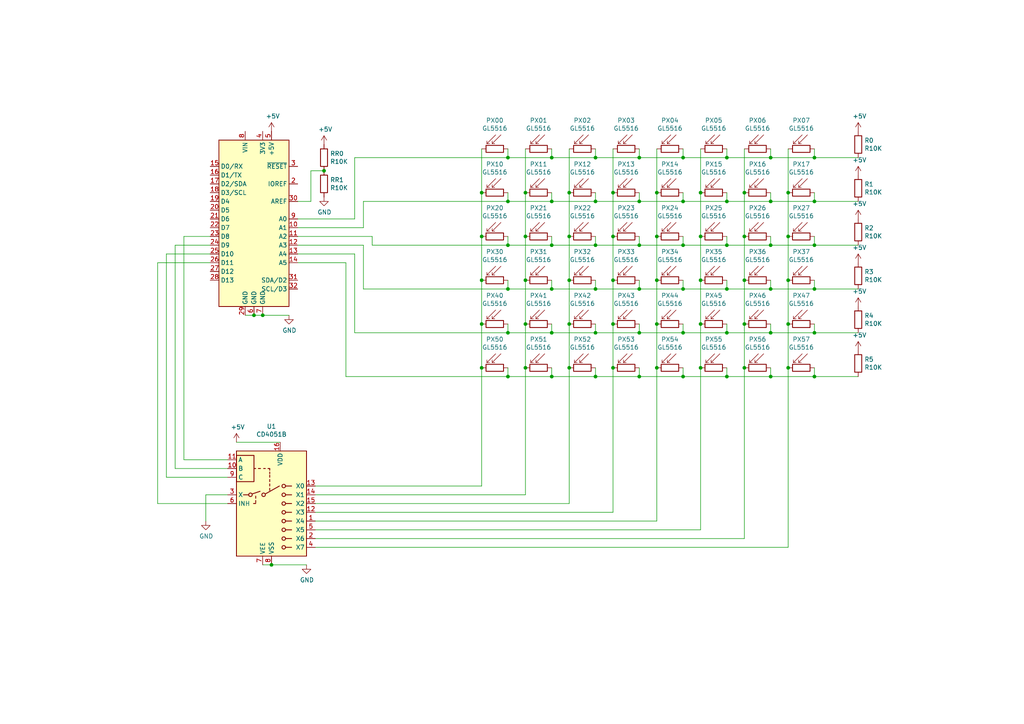
<source format=kicad_sch>
(kicad_sch (version 20211123) (generator eeschema)
  (paper "A4")
  (title_block (title "ὀπτικός 8x6 arduino shield") (date "2022-01-02") (rev "1") (company "Piotr Majkrzak"))
  (lib_symbols
    (symbol "Analog_Switch:CD4051B"
      (property "Reference" "U" (at -10.16 16.51 0))
      (property "Value" "CD4051B" (at 3.81 16.51 0))
      (symbol "CD4051B_0_1"
        (rectangle (start -10.16 6.35) (end -5.08 13.97) (stroke (width 0.254)))
        (rectangle (start -10.16 15.24) (end 10.16 -15.24) (stroke (width 0.254)) (fill (type background)))
        (circle (center -6.096 2.54) (radius 0.508) (stroke (width 0.254)))
        (circle (center -2.286 2.54) (radius 0.508) (stroke (width 0.254)))
        (polyline (pts (xy -8.128 2.54) (xy -6.604 2.54)) (stroke (width 0.254)))
        (polyline (pts (xy -5.588 2.794) (xy -3.302 3.556)) (stroke (width 0.254)))
        (polyline (pts (xy -4.572 0) (xy -5.207 0)) (stroke (width 0.254)))
        (polyline (pts (xy -4.572 0.254) (xy -4.572 0.889)) (stroke (width 0.254)))
        (polyline (pts (xy -4.572 1.524) (xy -4.572 2.159)) (stroke (width 0.254)))
        (polyline (pts (xy -4.572 10.16) (xy -5.08 10.16)) (stroke (width 0.254)))
        (polyline (pts (xy -3.81 10.16) (xy -3.175 10.16)) (stroke (width 0.254)))
        (polyline (pts (xy -1.778 2.794) (xy 2.286 5.08)) (stroke (width 0.254)))
        (polyline (pts (xy -1.778 10.16) (xy -2.286 10.16)) (stroke (width 0.254)))
        (polyline (pts (xy -0.508 3.81) (xy -0.508 4.445)) (stroke (width 0.254)))
        (polyline (pts (xy -0.508 5.08) (xy -0.508 5.715)) (stroke (width 0.254)))
        (polyline (pts (xy -0.508 6.35) (xy -0.508 6.985)) (stroke (width 0.254)))
        (polyline (pts (xy -0.508 7.62) (xy -0.508 8.255)) (stroke (width 0.254)))
        (polyline (pts (xy -0.508 8.636) (xy -0.508 9.144)) (stroke (width 0.254)))
        (polyline (pts (xy -0.508 9.652) (xy -0.508 10.16)) (stroke (width 0.254)))
        (polyline (pts (xy -0.508 10.16) (xy -1.016 10.16)) (stroke (width 0.254)))
        (polyline (pts (xy 4.064 -12.7) (xy 5.842 -12.7)) (stroke (width 0.254)))
        (polyline (pts (xy 4.064 -10.16) (xy 5.842 -10.16)) (stroke (width 0.254)))
        (polyline (pts (xy 4.064 -7.62) (xy 5.842 -7.62)) (stroke (width 0.254)))
        (polyline (pts (xy 4.064 -5.08) (xy 5.842 -5.08)) (stroke (width 0.254)))
        (polyline (pts (xy 4.064 -2.54) (xy 5.842 -2.54)) (stroke (width 0.254)))
        (polyline (pts (xy 4.064 0) (xy 5.842 0)) (stroke (width 0.254)))
        (polyline (pts (xy 4.064 2.54) (xy 5.842 2.54)) (stroke (width 0.254)))
        (polyline (pts (xy 4.064 5.08) (xy 5.842 5.08)) (stroke (width 0.254)))
        (circle (center 3.556 -12.7) (radius 0.508) (stroke (width 0.254)))
        (circle (center 3.556 -10.16) (radius 0.508) (stroke (width 0.254)))
        (circle (center 3.556 -7.62) (radius 0.508) (stroke (width 0.254)))
        (circle (center 3.556 -5.08) (radius 0.508) (stroke (width 0.254)))
        (circle (center 3.556 -2.54) (radius 0.508) (stroke (width 0.254)))
        (circle (center 3.556 0) (radius 0.508) (stroke (width 0.254)))
        (circle (center 3.556 2.54) (radius 0.508) (stroke (width 0.254)))
        (circle (center 3.556 5.08) (radius 0.508) (stroke (width 0.254)))
      )
      (symbol "CD4051B_1_1"
        (pin bidirectional line (at 12.7 -5.08 180) (length 2.54) (name "X4") (number "1"))
        (pin input line (at -12.7 10.16 0) (length 2.54) (name "B") (number "10"))
        (pin input line (at -12.7 12.7 0) (length 2.54) (name "A") (number "11"))
        (pin bidirectional line (at 12.7 -2.54 180) (length 2.54) (name "X3") (number "12"))
        (pin bidirectional line (at 12.7 5.08 180) (length 2.54) (name "X0") (number "13"))
        (pin bidirectional line (at 12.7 2.54 180) (length 2.54) (name "X1") (number "14"))
        (pin bidirectional line (at 12.7 0 180) (length 2.54) (name "X2") (number "15"))
        (pin power_in line (at 2.54 17.78 270) (length 2.54) (name "VDD") (number "16"))
        (pin bidirectional line (at 12.7 -10.16 180) (length 2.54) (name "X6") (number "2"))
        (pin bidirectional line (at -12.7 2.54 0) (length 2.54) (name "X") (number "3"))
        (pin bidirectional line (at 12.7 -12.7 180) (length 2.54) (name "X7") (number "4"))
        (pin bidirectional line (at 12.7 -7.62 180) (length 2.54) (name "X5") (number "5"))
        (pin input line (at -12.7 0 0) (length 2.54) (name "INH") (number "6"))
        (pin power_in line (at -2.54 -17.78 90) (length 2.54) (name "VEE") (number "7"))
        (pin power_in line (at 0 -17.78 90) (length 2.54) (name "VSS") (number "8"))
        (pin input line (at -12.7 7.62 0) (length 2.54) (name "C") (number "9"))
      )
    )
    (symbol "Device:R" (pin_numbers hide) (pin_names (offset 0))
      (property "Reference" "R" (at 2.032 0 90))
      (property "Value" "R" (at 0 0 90))
      (symbol "R_0_1"
        (rectangle (start -1.016 -2.54) (end 1.016 2.54) (stroke (width 0.254)))
      )
      (symbol "R_1_1"
        (pin passive line (at 0 3.81 270) (length 1.27) (name "~") (number "1"))
        (pin passive line (at 0 -3.81 90) (length 1.27) (name "~") (number "2"))
      )
    )
    (symbol "Device:R_PHOTO" (pin_numbers hide) (pin_names (offset 0))
      (property "Reference" "R" (at 1.27 1.27 0))
      (property "Value" "Device_R_PHOTO" (at 1.27 0 0))
      (symbol "R_PHOTO_0_1"
        (rectangle (start -1.016 2.54) (end 1.016 -2.54) (stroke (width 0.254)))
        (polyline (pts (xy -1.524 -2.286) (xy -4.064 0.254)))
        (polyline (pts (xy -1.524 -2.286) (xy -2.286 -2.286)))
        (polyline (pts (xy -1.524 -2.286) (xy -1.524 -1.524)))
        (polyline (pts (xy -1.524 -0.762) (xy -4.064 1.778)))
        (polyline (pts (xy -1.524 -0.762) (xy -2.286 -0.762)))
        (polyline (pts (xy -1.524 -0.762) (xy -1.524 0)))
      )
      (symbol "R_PHOTO_1_1"
        (pin passive line (at 0 3.81 270) (length 1.27) (name "~") (number "1"))
        (pin passive line (at 0 -3.81 90) (length 1.27) (name "~") (number "2"))
      )
    )
    (symbol "MCU_Module:Arduino_Leonardo"
      (property "Reference" "A" (at -10.16 23.495 0))
      (property "Value" "Arduino_Leonardo" (at 5.08 -26.67 0))
      (symbol "Arduino_Leonardo_0_1"
        (rectangle (start -10.16 22.86) (end 10.16 -25.4) (stroke (width 0.254)) (fill (type background)))
      )
      (symbol "Arduino_Leonardo_1_1"
        (pin no_connect line (at -10.16 -20.32 0) (length 2.54) hide (name "NC") (number "1"))
        (pin bidirectional line (at 12.7 -2.54 180) (length 2.54) (name "A1") (number "10"))
        (pin bidirectional line (at 12.7 -5.08 180) (length 2.54) (name "A2") (number "11"))
        (pin bidirectional line (at 12.7 -7.62 180) (length 2.54) (name "A3") (number "12"))
        (pin bidirectional line (at 12.7 -10.16 180) (length 2.54) (name "A4") (number "13"))
        (pin bidirectional line (at 12.7 -12.7 180) (length 2.54) (name "A5") (number "14"))
        (pin bidirectional line (at -12.7 15.24 0) (length 2.54) (name "D0/RX") (number "15"))
        (pin bidirectional line (at -12.7 12.7 0) (length 2.54) (name "D1/TX") (number "16"))
        (pin bidirectional line (at -12.7 10.16 0) (length 2.54) (name "D2/SDA") (number "17"))
        (pin bidirectional line (at -12.7 7.62 0) (length 2.54) (name "D3/SCL") (number "18"))
        (pin bidirectional line (at -12.7 5.08 0) (length 2.54) (name "D4") (number "19"))
        (pin output line (at 12.7 10.16 180) (length 2.54) (name "IOREF") (number "2"))
        (pin bidirectional line (at -12.7 2.54 0) (length 2.54) (name "D5") (number "20"))
        (pin bidirectional line (at -12.7 0 0) (length 2.54) (name "D6") (number "21"))
        (pin bidirectional line (at -12.7 -2.54 0) (length 2.54) (name "D7") (number "22"))
        (pin bidirectional line (at -12.7 -5.08 0) (length 2.54) (name "D8") (number "23"))
        (pin bidirectional line (at -12.7 -7.62 0) (length 2.54) (name "D9") (number "24"))
        (pin bidirectional line (at -12.7 -10.16 0) (length 2.54) (name "D10") (number "25"))
        (pin bidirectional line (at -12.7 -12.7 0) (length 2.54) (name "D11") (number "26"))
        (pin bidirectional line (at -12.7 -15.24 0) (length 2.54) (name "D12") (number "27"))
        (pin bidirectional line (at -12.7 -17.78 0) (length 2.54) (name "D13") (number "28"))
        (pin power_in line (at -2.54 -27.94 90) (length 2.54) (name "GND") (number "29"))
        (pin input line (at 12.7 15.24 180) (length 2.54) (name "~{RESET}") (number "3"))
        (pin input line (at 12.7 5.08 180) (length 2.54) (name "AREF") (number "30"))
        (pin bidirectional line (at 12.7 -17.78 180) (length 2.54) (name "SDA/D2") (number "31"))
        (pin bidirectional line (at 12.7 -20.32 180) (length 2.54) (name "SCL/D3") (number "32"))
        (pin power_out line (at 2.54 25.4 270) (length 2.54) (name "3V3") (number "4"))
        (pin power_out line (at 5.08 25.4 270) (length 2.54) (name "+5V") (number "5"))
        (pin power_in line (at 0 -27.94 90) (length 2.54) (name "GND") (number "6"))
        (pin power_in line (at 2.54 -27.94 90) (length 2.54) (name "GND") (number "7"))
        (pin power_in line (at -2.54 25.4 270) (length 2.54) (name "VIN") (number "8"))
        (pin bidirectional line (at 12.7 0 180) (length 2.54) (name "A0") (number "9"))
      )
    )
    (symbol "power:+5V" (power) (pin_names (offset 0))
      (property "Value" "+5V" (at 0 3.556 0))
      (symbol "+5V_0_1"
        (polyline (pts (xy -0.762 1.27) (xy 0 2.54)))
        (polyline (pts (xy 0 0) (xy 0 2.54)))
        (polyline (pts (xy 0 2.54) (xy 0.762 1.27)))
      )
      (symbol "+5V_1_1"
        (pin power_in line (at 0 0 90) (length 0) hide (name "+5V") (number "1"))
      )
    )
    (symbol "power:GND" (power) (pin_names (offset 0))
      (property "Value" "GND" (at 0 -3.81 0))
      (symbol "GND_0_1"
        (polyline (pts (xy 0 0) (xy 0 -1.27) (xy 1.27 -1.27) (xy 0 -2.54) (xy -1.27 -1.27) (xy 0 -1.27)))
      )
      (symbol "GND_1_1"
        (pin power_in line (at 0 0 270) (length 0) hide (name "GND") (number "1"))
      )
    )
  )
  (junction (at 215.9 106.68))
  (junction (at 177.8 93.98))
  (junction (at 185.42 109.22))
  (junction (at 228.6 106.68))
  (junction (at 185.42 45.72))
  (junction (at 190.5 93.98))
  (junction (at 190.5 55.88))
  (junction (at 165.1 55.88))
  (junction (at 76.2 91.44))
  (junction (at 185.42 96.52))
  (junction (at 152.4 68.58))
  (junction (at 210.82 58.42))
  (junction (at 172.72 58.42))
  (junction (at 185.42 83.82))
  (junction (at 215.9 68.58))
  (junction (at 160.02 83.82))
  (junction (at 215.9 81.28))
  (junction (at 223.52 71.12))
  (junction (at 172.72 45.72))
  (junction (at 236.22 109.22))
  (junction (at 73.66 91.44))
  (junction (at 190.5 106.68))
  (junction (at 78.74 163.83))
  (junction (at 93.98 49.53))
  (junction (at 210.82 96.52))
  (junction (at 210.82 109.22))
  (junction (at 210.82 45.72))
  (junction (at 210.82 83.82))
  (junction (at 147.32 96.52))
  (junction (at 236.22 83.82))
  (junction (at 236.22 58.42))
  (junction (at 160.02 71.12))
  (junction (at 165.1 93.98))
  (junction (at 198.12 58.42))
  (junction (at 228.6 93.98))
  (junction (at 177.8 55.88))
  (junction (at 223.52 96.52))
  (junction (at 198.12 83.82))
  (junction (at 177.8 68.58))
  (junction (at 172.72 96.52))
  (junction (at 198.12 109.22))
  (junction (at 160.02 58.42))
  (junction (at 198.12 71.12))
  (junction (at 236.22 45.72))
  (junction (at 147.32 71.12))
  (junction (at 203.2 106.68))
  (junction (at 203.2 93.98))
  (junction (at 165.1 68.58))
  (junction (at 172.72 71.12))
  (junction (at 160.02 45.72))
  (junction (at 147.32 45.72))
  (junction (at 152.4 81.28))
  (junction (at 203.2 68.58))
  (junction (at 139.7 55.88))
  (junction (at 152.4 55.88))
  (junction (at 198.12 96.52))
  (junction (at 139.7 68.58))
  (junction (at 215.9 55.88))
  (junction (at 228.6 68.58))
  (junction (at 223.52 45.72))
  (junction (at 139.7 93.98))
  (junction (at 177.8 106.68))
  (junction (at 236.22 71.12))
  (junction (at 198.12 45.72))
  (junction (at 223.52 58.42))
  (junction (at 228.6 55.88))
  (junction (at 147.32 58.42))
  (junction (at 203.2 55.88))
  (junction (at 223.52 83.82))
  (junction (at 185.42 58.42))
  (junction (at 236.22 96.52))
  (junction (at 172.72 83.82))
  (junction (at 172.72 109.22))
  (junction (at 139.7 81.28))
  (junction (at 190.5 68.58))
  (junction (at 215.9 93.98))
  (junction (at 210.82 71.12))
  (junction (at 160.02 96.52))
  (junction (at 139.7 106.68))
  (junction (at 152.4 93.98))
  (junction (at 165.1 106.68))
  (junction (at 223.52 109.22))
  (junction (at 160.02 109.22))
  (junction (at 152.4 106.68))
  (junction (at 190.5 81.28))
  (junction (at 185.42 71.12))
  (junction (at 147.32 83.82))
  (junction (at 147.32 109.22))
  (junction (at 165.1 81.28))
  (junction (at 177.8 81.28))
  (junction (at 228.6 81.28))
  (junction (at 203.2 81.28))
  (wire (pts (xy 172.72 96.52) (xy 160.02 96.52)))
  (wire (pts (xy 223.52 81.28) (xy 223.52 83.82)))
  (wire (pts (xy 102.87 73.66) (xy 102.87 96.52)))
  (wire (pts (xy 198.12 109.22) (xy 198.12 106.68)))
  (wire (pts (xy 228.6 106.68) (xy 228.6 158.75)))
  (wire (pts (xy 139.7 68.58) (xy 139.7 81.28)))
  (wire (pts (xy 236.22 96.52) (xy 223.52 96.52)))
  (wire (pts (xy 147.32 43.18) (xy 147.32 45.72)))
  (wire (pts (xy 147.32 68.58) (xy 147.32 71.12)))
  (wire (pts (xy 190.5 55.88) (xy 190.5 68.58)))
  (wire (pts (xy 215.9 93.98) (xy 215.9 106.68)))
  (wire (pts (xy 172.72 109.22) (xy 160.02 109.22)))
  (wire (pts (xy 165.1 81.28) (xy 165.1 93.98)))
  (wire (pts (xy 236.22 58.42) (xy 236.22 55.88)))
  (wire (pts (xy 172.72 45.72) (xy 185.42 45.72)))
  (wire (pts (xy 152.4 68.58) (xy 152.4 81.28)))
  (wire (pts (xy 160.02 58.42) (xy 172.72 58.42)))
  (wire (pts (xy 203.2 106.68) (xy 203.2 153.67)))
  (wire (pts (xy 236.22 71.12) (xy 236.22 68.58)))
  (wire (pts (xy 105.41 71.12) (xy 105.41 83.82)))
  (wire (pts (xy 172.72 83.82) (xy 160.02 83.82)))
  (wire (pts (xy 60.96 68.58) (xy 53.34 68.58)))
  (wire (pts (xy 102.87 45.72) (xy 147.32 45.72)))
  (wire (pts (xy 165.1 43.18) (xy 165.1 55.88)))
  (wire (pts (xy 107.95 71.12) (xy 147.32 71.12)))
  (wire (pts (xy 190.5 93.98) (xy 190.5 106.68)))
  (wire (pts (xy 147.32 93.98) (xy 147.32 96.52)))
  (wire (pts (xy 177.8 43.18) (xy 177.8 55.88)))
  (wire (pts (xy 86.36 71.12) (xy 105.41 71.12)))
  (wire (pts (xy 50.8 135.89) (xy 66.04 135.89)))
  (wire (pts (xy 172.72 96.52) (xy 185.42 96.52)))
  (wire (pts (xy 203.2 68.58) (xy 203.2 81.28)))
  (wire (pts (xy 198.12 58.42) (xy 198.12 55.88)))
  (wire (pts (xy 210.82 45.72) (xy 210.82 43.18)))
  (wire (pts (xy 139.7 55.88) (xy 139.7 68.58)))
  (wire (pts (xy 198.12 96.52) (xy 210.82 96.52)))
  (wire (pts (xy 228.6 68.58) (xy 228.6 81.28)))
  (wire (pts (xy 172.72 71.12) (xy 172.72 68.58)))
  (wire (pts (xy 210.82 109.22) (xy 210.82 106.68)))
  (wire (pts (xy 91.44 151.13) (xy 190.5 151.13)))
  (wire (pts (xy 185.42 45.72) (xy 198.12 45.72)))
  (wire (pts (xy 236.22 109.22) (xy 248.92 109.22)))
  (wire (pts (xy 236.22 83.82) (xy 236.22 81.28)))
  (wire (pts (xy 198.12 45.72) (xy 210.82 45.72)))
  (wire (pts (xy 223.52 83.82) (xy 210.82 83.82)))
  (wire (pts (xy 185.42 96.52) (xy 185.42 93.98)))
  (wire (pts (xy 60.96 71.12) (xy 50.8 71.12)))
  (wire (pts (xy 165.1 55.88) (xy 165.1 68.58)))
  (wire (pts (xy 228.6 43.18) (xy 228.6 55.88)))
  (wire (pts (xy 86.36 76.2) (xy 100.33 76.2)))
  (wire (pts (xy 147.32 106.68) (xy 147.32 109.22)))
  (wire (pts (xy 160.02 71.12) (xy 147.32 71.12)))
  (wire (pts (xy 236.22 71.12) (xy 248.92 71.12)))
  (wire (pts (xy 172.72 58.42) (xy 172.72 55.88)))
  (wire (pts (xy 198.12 45.72) (xy 198.12 43.18)))
  (wire (pts (xy 190.5 43.18) (xy 190.5 55.88)))
  (wire (pts (xy 91.44 158.75) (xy 228.6 158.75)))
  (wire (pts (xy 172.72 45.72) (xy 160.02 45.72)))
  (wire (pts (xy 185.42 96.52) (xy 198.12 96.52)))
  (wire (pts (xy 236.22 109.22) (xy 236.22 106.68)))
  (wire (pts (xy 78.74 163.83) (xy 88.9 163.83)))
  (wire (pts (xy 165.1 93.98) (xy 165.1 106.68)))
  (wire (pts (xy 160.02 58.42) (xy 147.32 58.42)))
  (wire (pts (xy 223.52 83.82) (xy 236.22 83.82)))
  (wire (pts (xy 160.02 109.22) (xy 147.32 109.22)))
  (wire (pts (xy 210.82 58.42) (xy 223.52 58.42)))
  (wire (pts (xy 185.42 83.82) (xy 172.72 83.82)))
  (wire (pts (xy 198.12 109.22) (xy 210.82 109.22)))
  (wire (pts (xy 210.82 45.72) (xy 223.52 45.72)))
  (wire (pts (xy 160.02 81.28) (xy 160.02 83.82)))
  (wire (pts (xy 172.72 58.42) (xy 185.42 58.42)))
  (wire (pts (xy 198.12 83.82) (xy 185.42 83.82)))
  (wire (pts (xy 152.4 55.88) (xy 152.4 68.58)))
  (wire (pts (xy 223.52 71.12) (xy 210.82 71.12)))
  (wire (pts (xy 223.52 106.68) (xy 223.52 109.22)))
  (wire (pts (xy 93.98 49.53) (xy 90.17 49.53)))
  (wire (pts (xy 91.44 140.97) (xy 139.7 140.97)))
  (wire (pts (xy 147.32 55.88) (xy 147.32 58.42)))
  (wire (pts (xy 66.04 143.51) (xy 59.69 143.51)))
  (wire (pts (xy 198.12 58.42) (xy 210.82 58.42)))
  (wire (pts (xy 147.32 45.72) (xy 160.02 45.72)))
  (wire (pts (xy 236.22 109.22) (xy 223.52 109.22)))
  (wire (pts (xy 91.44 143.51) (xy 152.4 143.51)))
  (wire (pts (xy 210.82 96.52) (xy 210.82 93.98)))
  (wire (pts (xy 139.7 43.18) (xy 139.7 55.88)))
  (wire (pts (xy 139.7 93.98) (xy 139.7 106.68)))
  (wire (pts (xy 86.36 66.04) (xy 105.41 66.04)))
  (wire (pts (xy 105.41 66.04) (xy 105.41 58.42)))
  (wire (pts (xy 172.72 71.12) (xy 185.42 71.12)))
  (wire (pts (xy 236.22 45.72) (xy 248.92 45.72)))
  (wire (pts (xy 86.36 63.5) (xy 102.87 63.5)))
  (wire (pts (xy 91.44 153.67) (xy 203.2 153.67)))
  (wire (pts (xy 203.2 55.88) (xy 203.2 68.58)))
  (wire (pts (xy 91.44 156.21) (xy 215.9 156.21)))
  (wire (pts (xy 66.04 138.43) (xy 48.26 138.43)))
  (wire (pts (xy 152.4 93.98) (xy 152.4 106.68)))
  (wire (pts (xy 172.72 83.82) (xy 172.72 81.28)))
  (wire (pts (xy 53.34 133.35) (xy 66.04 133.35)))
  (wire (pts (xy 160.02 43.18) (xy 160.02 45.72)))
  (wire (pts (xy 160.02 106.68) (xy 160.02 109.22)))
  (wire (pts (xy 190.5 68.58) (xy 190.5 81.28)))
  (wire (pts (xy 223.52 96.52) (xy 210.82 96.52)))
  (wire (pts (xy 102.87 96.52) (xy 147.32 96.52)))
  (wire (pts (xy 236.22 96.52) (xy 236.22 93.98)))
  (wire (pts (xy 215.9 81.28) (xy 215.9 93.98)))
  (wire (pts (xy 223.52 68.58) (xy 223.52 71.12)))
  (wire (pts (xy 198.12 96.52) (xy 198.12 93.98)))
  (wire (pts (xy 223.52 45.72) (xy 223.52 43.18)))
  (wire (pts (xy 90.17 58.42) (xy 86.36 58.42)))
  (wire (pts (xy 107.95 68.58) (xy 107.95 71.12)))
  (wire (pts (xy 215.9 106.68) (xy 215.9 156.21)))
  (wire (pts (xy 86.36 68.58) (xy 107.95 68.58)))
  (wire (pts (xy 76.2 163.83) (xy 78.74 163.83)))
  (wire (pts (xy 223.52 71.12) (xy 236.22 71.12)))
  (wire (pts (xy 210.82 83.82) (xy 210.82 81.28)))
  (wire (pts (xy 185.42 109.22) (xy 198.12 109.22)))
  (wire (pts (xy 48.26 73.66) (xy 60.96 73.66)))
  (wire (pts (xy 139.7 81.28) (xy 139.7 93.98)))
  (wire (pts (xy 76.2 91.44) (xy 83.82 91.44)))
  (wire (pts (xy 102.87 63.5) (xy 102.87 45.72)))
  (wire (pts (xy 68.58 128.27) (xy 81.28 128.27)))
  (wire (pts (xy 160.02 93.98) (xy 160.02 96.52)))
  (wire (pts (xy 177.8 106.68) (xy 177.8 148.59)))
  (wire (pts (xy 210.82 109.22) (xy 223.52 109.22)))
  (wire (pts (xy 105.41 83.82) (xy 147.32 83.82)))
  (wire (pts (xy 210.82 71.12) (xy 210.82 68.58)))
  (wire (pts (xy 198.12 71.12) (xy 210.82 71.12)))
  (wire (pts (xy 53.34 68.58) (xy 53.34 133.35)))
  (wire (pts (xy 172.72 109.22) (xy 185.42 109.22)))
  (wire (pts (xy 160.02 55.88) (xy 160.02 58.42)))
  (wire (pts (xy 172.72 96.52) (xy 172.72 93.98)))
  (wire (pts (xy 48.26 138.43) (xy 48.26 73.66)))
  (wire (pts (xy 165.1 106.68) (xy 165.1 146.05)))
  (wire (pts (xy 185.42 45.72) (xy 185.42 43.18)))
  (wire (pts (xy 71.12 91.44) (xy 73.66 91.44)))
  (wire (pts (xy 60.96 76.2) (xy 45.72 76.2)))
  (wire (pts (xy 177.8 55.88) (xy 177.8 68.58)))
  (wire (pts (xy 203.2 43.18) (xy 203.2 55.88)))
  (wire (pts (xy 91.44 146.05) (xy 165.1 146.05)))
  (wire (pts (xy 236.22 96.52) (xy 248.92 96.52)))
  (wire (pts (xy 177.8 81.28) (xy 177.8 93.98)))
  (wire (pts (xy 236.22 83.82) (xy 248.92 83.82)))
  (wire (pts (xy 50.8 71.12) (xy 50.8 135.89)))
  (wire (pts (xy 215.9 68.58) (xy 215.9 81.28)))
  (wire (pts (xy 185.42 83.82) (xy 185.42 81.28)))
  (wire (pts (xy 90.17 49.53) (xy 90.17 58.42)))
  (wire (pts (xy 185.42 71.12) (xy 198.12 71.12)))
  (wire (pts (xy 177.8 93.98) (xy 177.8 106.68)))
  (wire (pts (xy 100.33 76.2) (xy 100.33 109.22)))
  (wire (pts (xy 198.12 83.82) (xy 198.12 81.28)))
  (wire (pts (xy 223.52 58.42) (xy 236.22 58.42)))
  (wire (pts (xy 59.69 143.51) (xy 59.69 151.13)))
  (wire (pts (xy 160.02 96.52) (xy 147.32 96.52)))
  (wire (pts (xy 177.8 68.58) (xy 177.8 81.28)))
  (wire (pts (xy 228.6 55.88) (xy 228.6 68.58)))
  (wire (pts (xy 160.02 68.58) (xy 160.02 71.12)))
  (wire (pts (xy 185.42 71.12) (xy 185.42 68.58)))
  (wire (pts (xy 185.42 109.22) (xy 185.42 106.68)))
  (wire (pts (xy 210.82 58.42) (xy 210.82 55.88)))
  (wire (pts (xy 160.02 83.82) (xy 147.32 83.82)))
  (wire (pts (xy 73.66 91.44) (xy 76.2 91.44)))
  (wire (pts (xy 198.12 58.42) (xy 185.42 58.42)))
  (wire (pts (xy 172.72 71.12) (xy 160.02 71.12)))
  (wire (pts (xy 45.72 146.05) (xy 66.04 146.05)))
  (wire (pts (xy 147.32 81.28) (xy 147.32 83.82)))
  (wire (pts (xy 185.42 58.42) (xy 185.42 55.88)))
  (wire (pts (xy 45.72 76.2) (xy 45.72 146.05)))
  (wire (pts (xy 203.2 81.28) (xy 203.2 93.98)))
  (wire (pts (xy 190.5 81.28) (xy 190.5 93.98)))
  (wire (pts (xy 210.82 83.82) (xy 198.12 83.82)))
  (wire (pts (xy 236.22 58.42) (xy 248.92 58.42)))
  (wire (pts (xy 100.33 109.22) (xy 147.32 109.22)))
  (wire (pts (xy 152.4 106.68) (xy 152.4 143.51)))
  (wire (pts (xy 215.9 43.18) (xy 215.9 55.88)))
  (wire (pts (xy 172.72 109.22) (xy 172.72 106.68)))
  (wire (pts (xy 203.2 93.98) (xy 203.2 106.68)))
  (wire (pts (xy 152.4 81.28) (xy 152.4 93.98)))
  (wire (pts (xy 105.41 58.42) (xy 147.32 58.42)))
  (wire (pts (xy 139.7 106.68) (xy 139.7 140.97)))
  (wire (pts (xy 91.44 148.59) (xy 177.8 148.59)))
  (wire (pts (xy 228.6 81.28) (xy 228.6 93.98)))
  (wire (pts (xy 223.52 93.98) (xy 223.52 96.52)))
  (wire (pts (xy 198.12 71.12) (xy 198.12 68.58)))
  (wire (pts (xy 223.52 45.72) (xy 236.22 45.72)))
  (wire (pts (xy 165.1 68.58) (xy 165.1 81.28)))
  (wire (pts (xy 236.22 45.72) (xy 236.22 43.18)))
  (wire (pts (xy 223.52 58.42) (xy 223.52 55.88)))
  (wire (pts (xy 228.6 93.98) (xy 228.6 106.68)))
  (wire (pts (xy 215.9 55.88) (xy 215.9 68.58)))
  (wire (pts (xy 152.4 43.18) (xy 152.4 55.88)))
  (wire (pts (xy 86.36 73.66) (xy 102.87 73.66)))
  (wire (pts (xy 190.5 106.68) (xy 190.5 151.13)))
  (wire (pts (xy 172.72 45.72) (xy 172.72 43.18)))
  (symbol (lib_id "MCU_Module:Arduino_Leonardo") (at 73.66 63.5 0) (unit 1)
    (property "Reference" "A1" (effects hide))
    (property "Value" "Arduino_Leonardo" (effects hide))
    (property "Footprint" "Module:Arduino_UNO_R3_WithMountingHoles" (effects hide))
    (property "Datasheet" "https://www.arduino.cc/en/Main/ArduinoBoardLeonardo" (effects hide))
  )
  (symbol (lib_id "Analog_Switch:CD4051B") (at 78.74 146.05 0) (unit 1)
    (property "Reference" "U1" (at 78.74 123.6726 0))
    (property "Value" "CD4051B" (at 78.74 125.984 0))
    (property "Footprint" "Package_DIP:DIP-16_W7.62mm" (effects hide))
    (property "Datasheet" "http://www.ti.com/lit/ds/symlink/cd4052b.pdf" (effects hide))
  )
  (symbol (lib_id "Device:R_PHOTO") (at 143.51 43.18 270) (unit 1)
    (property "Reference" "PX00" (at 143.51 34.925 90))
    (property "Value" "GL5516" (at 143.51 37.2364 90))
    (property "Footprint" "OptoDevice:R_LDR_5.1x4.3mm_P3.4mm_Vertical" (effects hide))
  )
  (symbol (lib_id "Device:R_PHOTO") (at 156.21 43.18 270) (unit 1)
    (property "Reference" "PX01" (at 156.21 34.925 90))
    (property "Value" "GL5516" (at 156.21 37.2364 90))
    (property "Footprint" "OptoDevice:R_LDR_5.1x4.3mm_P3.4mm_Vertical" (effects hide))
  )
  (symbol (lib_id "Device:R_PHOTO") (at 168.91 43.18 270) (unit 1)
    (property "Reference" "PX02" (at 168.91 34.925 90))
    (property "Value" "GL5516" (at 168.91 37.2364 90))
    (property "Footprint" "OptoDevice:R_LDR_5.1x4.3mm_P3.4mm_Vertical" (effects hide))
  )
  (symbol (lib_id "Device:R_PHOTO") (at 181.61 43.18 270) (unit 1)
    (property "Reference" "PX03" (at 181.61 34.925 90))
    (property "Value" "GL5516" (at 181.61 37.2364 90))
    (property "Footprint" "OptoDevice:R_LDR_5.1x4.3mm_P3.4mm_Vertical" (effects hide))
  )
  (symbol (lib_id "Device:R_PHOTO") (at 194.31 43.18 270) (unit 1)
    (property "Reference" "PX04" (at 194.31 34.925 90))
    (property "Value" "GL5516" (at 194.31 37.2364 90))
    (property "Footprint" "OptoDevice:R_LDR_5.1x4.3mm_P3.4mm_Vertical" (effects hide))
  )
  (symbol (lib_id "Device:R_PHOTO") (at 207.01 43.18 270) (unit 1)
    (property "Reference" "PX05" (at 207.01 34.925 90))
    (property "Value" "GL5516" (at 207.01 37.2364 90))
    (property "Footprint" "OptoDevice:R_LDR_5.1x4.3mm_P3.4mm_Vertical" (effects hide))
  )
  (symbol (lib_id "Device:R_PHOTO") (at 219.71 43.18 270) (unit 1)
    (property "Reference" "PX06" (at 219.71 34.925 90))
    (property "Value" "GL5516" (at 219.71 37.2364 90))
    (property "Footprint" "OptoDevice:R_LDR_5.1x4.3mm_P3.4mm_Vertical" (effects hide))
  )
  (symbol (lib_id "Device:R_PHOTO") (at 232.41 43.18 270) (unit 1)
    (property "Reference" "PX07" (at 232.41 34.925 90))
    (property "Value" "GL5516" (at 232.41 37.2364 90))
    (property "Footprint" "OptoDevice:R_LDR_5.1x4.3mm_P3.4mm_Vertical" (effects hide))
  )
  (symbol (lib_id "Device:R_PHOTO") (at 143.51 55.88 270) (unit 1)
    (property "Reference" "PX10" (at 143.51 47.625 90))
    (property "Value" "GL5516" (at 143.51 49.9364 90))
    (property "Footprint" "OptoDevice:R_LDR_5.1x4.3mm_P3.4mm_Vertical" (effects hide))
  )
  (symbol (lib_id "Device:R_PHOTO") (at 156.21 55.88 270) (unit 1)
    (property "Reference" "PX11" (at 156.21 47.625 90))
    (property "Value" "GL5516" (at 156.21 49.9364 90))
    (property "Footprint" "OptoDevice:R_LDR_5.1x4.3mm_P3.4mm_Vertical" (effects hide))
  )
  (symbol (lib_id "Device:R_PHOTO") (at 168.91 55.88 270) (unit 1)
    (property "Reference" "PX12" (at 168.91 47.625 90))
    (property "Value" "GL5516" (at 168.91 49.9364 90))
    (property "Footprint" "OptoDevice:R_LDR_5.1x4.3mm_P3.4mm_Vertical" (effects hide))
  )
  (symbol (lib_id "Device:R_PHOTO") (at 181.61 55.88 270) (unit 1)
    (property "Reference" "PX13" (at 181.61 47.625 90))
    (property "Value" "GL5516" (at 181.61 49.9364 90))
    (property "Footprint" "OptoDevice:R_LDR_5.1x4.3mm_P3.4mm_Vertical" (effects hide))
  )
  (symbol (lib_id "Device:R_PHOTO") (at 194.31 55.88 270) (unit 1)
    (property "Reference" "PX14" (at 194.31 47.625 90))
    (property "Value" "GL5516" (at 194.31 49.9364 90))
    (property "Footprint" "OptoDevice:R_LDR_5.1x4.3mm_P3.4mm_Vertical" (effects hide))
  )
  (symbol (lib_id "Device:R_PHOTO") (at 207.01 55.88 270) (unit 1)
    (property "Reference" "PX15" (at 207.01 47.625 90))
    (property "Value" "GL5516" (at 207.01 49.9364 90))
    (property "Footprint" "OptoDevice:R_LDR_5.1x4.3mm_P3.4mm_Vertical" (effects hide))
  )
  (symbol (lib_id "Device:R_PHOTO") (at 219.71 55.88 270) (unit 1)
    (property "Reference" "PX16" (at 219.71 47.625 90))
    (property "Value" "GL5516" (at 219.71 49.9364 90))
    (property "Footprint" "OptoDevice:R_LDR_5.1x4.3mm_P3.4mm_Vertical" (effects hide))
  )
  (symbol (lib_id "Device:R_PHOTO") (at 232.41 55.88 270) (unit 1)
    (property "Reference" "PX17" (at 232.41 47.625 90))
    (property "Value" "GL5516" (at 232.41 49.9364 90))
    (property "Footprint" "OptoDevice:R_LDR_5.1x4.3mm_P3.4mm_Vertical" (effects hide))
  )
  (symbol (lib_id "Device:R_PHOTO") (at 143.51 68.58 270) (unit 1)
    (property "Reference" "PX20" (at 143.51 60.325 90))
    (property "Value" "GL5516" (at 143.51 62.6364 90))
    (property "Footprint" "OptoDevice:R_LDR_5.1x4.3mm_P3.4mm_Vertical" (effects hide))
  )
  (symbol (lib_id "Device:R_PHOTO") (at 156.21 68.58 270) (unit 1)
    (property "Reference" "PX21" (at 156.21 60.325 90))
    (property "Value" "GL5516" (at 156.21 62.6364 90))
    (property "Footprint" "OptoDevice:R_LDR_5.1x4.3mm_P3.4mm_Vertical" (effects hide))
  )
  (symbol (lib_id "Device:R_PHOTO") (at 168.91 68.58 270) (unit 1)
    (property "Reference" "PX22" (at 168.91 60.325 90))
    (property "Value" "GL5516" (at 168.91 62.6364 90))
    (property "Footprint" "OptoDevice:R_LDR_5.1x4.3mm_P3.4mm_Vertical" (effects hide))
  )
  (symbol (lib_id "Device:R_PHOTO") (at 181.61 68.58 270) (unit 1)
    (property "Reference" "PX23" (at 181.61 60.325 90))
    (property "Value" "GL5516" (at 181.61 62.6364 90))
    (property "Footprint" "OptoDevice:R_LDR_5.1x4.3mm_P3.4mm_Vertical" (effects hide))
  )
  (symbol (lib_id "Device:R_PHOTO") (at 194.31 68.58 270) (unit 1)
    (property "Reference" "PX24" (at 194.31 60.325 90))
    (property "Value" "GL5516" (at 194.31 62.6364 90))
    (property "Footprint" "OptoDevice:R_LDR_5.1x4.3mm_P3.4mm_Vertical" (effects hide))
  )
  (symbol (lib_id "Device:R_PHOTO") (at 207.01 68.58 270) (unit 1)
    (property "Reference" "PX25" (at 207.01 60.325 90))
    (property "Value" "GL5516" (at 207.01 62.6364 90))
    (property "Footprint" "OptoDevice:R_LDR_5.1x4.3mm_P3.4mm_Vertical" (effects hide))
  )
  (symbol (lib_id "Device:R_PHOTO") (at 219.71 68.58 270) (unit 1)
    (property "Reference" "PX26" (at 219.71 60.325 90))
    (property "Value" "GL5516" (at 219.71 62.6364 90))
    (property "Footprint" "OptoDevice:R_LDR_5.1x4.3mm_P3.4mm_Vertical" (effects hide))
  )
  (symbol (lib_id "Device:R_PHOTO") (at 232.41 68.58 270) (unit 1)
    (property "Reference" "PX27" (at 232.41 60.325 90))
    (property "Value" "GL5516" (at 232.41 62.6364 90))
    (property "Footprint" "OptoDevice:R_LDR_5.1x4.3mm_P3.4mm_Vertical" (effects hide))
  )
  (symbol (lib_id "Device:R_PHOTO") (at 143.51 81.28 270) (unit 1)
    (property "Reference" "PX30" (at 143.51 73.025 90))
    (property "Value" "GL5516" (at 143.51 75.3364 90))
    (property "Footprint" "OptoDevice:R_LDR_5.1x4.3mm_P3.4mm_Vertical" (effects hide))
  )
  (symbol (lib_id "Device:R_PHOTO") (at 156.21 81.28 270) (unit 1)
    (property "Reference" "PX31" (at 156.21 73.025 90))
    (property "Value" "GL5516" (at 156.21 75.3364 90))
    (property "Footprint" "OptoDevice:R_LDR_5.1x4.3mm_P3.4mm_Vertical" (effects hide))
  )
  (symbol (lib_id "Device:R_PHOTO") (at 168.91 81.28 270) (unit 1)
    (property "Reference" "PX32" (at 168.91 73.025 90))
    (property "Value" "GL5516" (at 168.91 75.3364 90))
    (property "Footprint" "OptoDevice:R_LDR_5.1x4.3mm_P3.4mm_Vertical" (effects hide))
  )
  (symbol (lib_id "Device:R_PHOTO") (at 181.61 81.28 270) (unit 1)
    (property "Reference" "PX33" (at 181.61 73.025 90))
    (property "Value" "GL5516" (at 181.61 75.3364 90))
    (property "Footprint" "OptoDevice:R_LDR_5.1x4.3mm_P3.4mm_Vertical" (effects hide))
  )
  (symbol (lib_id "Device:R_PHOTO") (at 194.31 81.28 270) (unit 1)
    (property "Reference" "PX34" (at 194.31 73.025 90))
    (property "Value" "GL5516" (at 194.31 75.3364 90))
    (property "Footprint" "OptoDevice:R_LDR_5.1x4.3mm_P3.4mm_Vertical" (effects hide))
  )
  (symbol (lib_id "Device:R_PHOTO") (at 207.01 81.28 270) (unit 1)
    (property "Reference" "PX35" (at 207.01 73.025 90))
    (property "Value" "GL5516" (at 207.01 75.3364 90))
    (property "Footprint" "OptoDevice:R_LDR_5.1x4.3mm_P3.4mm_Vertical" (effects hide))
  )
  (symbol (lib_id "Device:R_PHOTO") (at 219.71 81.28 270) (unit 1)
    (property "Reference" "PX36" (at 219.71 73.025 90))
    (property "Value" "GL5516" (at 219.71 75.3364 90))
    (property "Footprint" "OptoDevice:R_LDR_5.1x4.3mm_P3.4mm_Vertical" (effects hide))
  )
  (symbol (lib_id "Device:R_PHOTO") (at 232.41 81.28 270) (unit 1)
    (property "Reference" "PX37" (at 232.41 73.025 90))
    (property "Value" "GL5516" (at 232.41 75.3364 90))
    (property "Footprint" "OptoDevice:R_LDR_5.1x4.3mm_P3.4mm_Vertical" (effects hide))
  )
  (symbol (lib_id "Device:R_PHOTO") (at 143.51 93.98 270) (unit 1)
    (property "Reference" "PX40" (at 143.51 85.725 90))
    (property "Value" "GL5516" (at 143.51 88.0364 90))
    (property "Footprint" "OptoDevice:R_LDR_5.1x4.3mm_P3.4mm_Vertical" (effects hide))
  )
  (symbol (lib_id "Device:R_PHOTO") (at 156.21 93.98 270) (unit 1)
    (property "Reference" "PX41" (at 156.21 85.725 90))
    (property "Value" "GL5516" (at 156.21 88.0364 90))
    (property "Footprint" "OptoDevice:R_LDR_5.1x4.3mm_P3.4mm_Vertical" (effects hide))
  )
  (symbol (lib_id "Device:R_PHOTO") (at 168.91 93.98 270) (unit 1)
    (property "Reference" "PX42" (at 168.91 85.725 90))
    (property "Value" "GL5516" (at 168.91 88.0364 90))
    (property "Footprint" "OptoDevice:R_LDR_5.1x4.3mm_P3.4mm_Vertical" (effects hide))
  )
  (symbol (lib_id "Device:R_PHOTO") (at 181.61 93.98 270) (unit 1)
    (property "Reference" "PX43" (at 181.61 85.725 90))
    (property "Value" "GL5516" (at 181.61 88.0364 90))
    (property "Footprint" "OptoDevice:R_LDR_5.1x4.3mm_P3.4mm_Vertical" (effects hide))
  )
  (symbol (lib_id "Device:R_PHOTO") (at 194.31 93.98 270) (unit 1)
    (property "Reference" "PX44" (at 194.31 85.725 90))
    (property "Value" "GL5516" (at 194.31 88.0364 90))
    (property "Footprint" "OptoDevice:R_LDR_5.1x4.3mm_P3.4mm_Vertical" (effects hide))
  )
  (symbol (lib_id "Device:R_PHOTO") (at 207.01 93.98 270) (unit 1)
    (property "Reference" "PX45" (at 207.01 85.725 90))
    (property "Value" "GL5516" (at 207.01 88.0364 90))
    (property "Footprint" "OptoDevice:R_LDR_5.1x4.3mm_P3.4mm_Vertical" (effects hide))
  )
  (symbol (lib_id "Device:R_PHOTO") (at 219.71 93.98 270) (unit 1)
    (property "Reference" "PX46" (at 219.71 85.725 90))
    (property "Value" "GL5516" (at 219.71 88.0364 90))
    (property "Footprint" "OptoDevice:R_LDR_5.1x4.3mm_P3.4mm_Vertical" (effects hide))
  )
  (symbol (lib_id "Device:R_PHOTO") (at 232.41 93.98 270) (unit 1)
    (property "Reference" "PX47" (at 232.41 85.725 90))
    (property "Value" "GL5516" (at 232.41 88.0364 90))
    (property "Footprint" "OptoDevice:R_LDR_5.1x4.3mm_P3.4mm_Vertical" (effects hide))
  )
  (symbol (lib_id "Device:R_PHOTO") (at 143.51 106.68 270) (unit 1)
    (property "Reference" "PX50" (at 143.51 98.425 90))
    (property "Value" "GL5516" (at 143.51 100.7364 90))
    (property "Footprint" "OptoDevice:R_LDR_5.1x4.3mm_P3.4mm_Vertical" (effects hide))
  )
  (symbol (lib_id "Device:R_PHOTO") (at 156.21 106.68 270) (unit 1)
    (property "Reference" "PX51" (at 156.21 98.425 90))
    (property "Value" "GL5516" (at 156.21 100.7364 90))
    (property "Footprint" "OptoDevice:R_LDR_5.1x4.3mm_P3.4mm_Vertical" (effects hide))
  )
  (symbol (lib_id "Device:R_PHOTO") (at 168.91 106.68 270) (unit 1)
    (property "Reference" "PX52" (at 168.91 98.425 90))
    (property "Value" "GL5516" (at 168.91 100.7364 90))
    (property "Footprint" "OptoDevice:R_LDR_5.1x4.3mm_P3.4mm_Vertical" (effects hide))
  )
  (symbol (lib_id "Device:R_PHOTO") (at 181.61 106.68 270) (unit 1)
    (property "Reference" "PX53" (at 181.61 98.425 90))
    (property "Value" "GL5516" (at 181.61 100.7364 90))
    (property "Footprint" "OptoDevice:R_LDR_5.1x4.3mm_P3.4mm_Vertical" (effects hide))
  )
  (symbol (lib_id "Device:R_PHOTO") (at 194.31 106.68 270) (unit 1)
    (property "Reference" "PX54" (at 194.31 98.425 90))
    (property "Value" "GL5516" (at 194.31 100.7364 90))
    (property "Footprint" "OptoDevice:R_LDR_5.1x4.3mm_P3.4mm_Vertical" (effects hide))
  )
  (symbol (lib_id "Device:R_PHOTO") (at 207.01 106.68 270) (unit 1)
    (property "Reference" "PX55" (at 207.01 98.425 90))
    (property "Value" "GL5516" (at 207.01 100.7364 90))
    (property "Footprint" "OptoDevice:R_LDR_5.1x4.3mm_P3.4mm_Vertical" (effects hide))
  )
  (symbol (lib_id "Device:R_PHOTO") (at 219.71 106.68 270) (unit 1)
    (property "Reference" "PX56" (at 219.71 98.425 90))
    (property "Value" "GL5516" (at 219.71 100.7364 90))
    (property "Footprint" "OptoDevice:R_LDR_5.1x4.3mm_P3.4mm_Vertical" (effects hide))
  )
  (symbol (lib_id "Device:R_PHOTO") (at 232.41 106.68 270) (unit 1)
    (property "Reference" "PX57" (at 232.41 98.425 90))
    (property "Value" "GL5516" (at 232.41 100.7364 90))
    (property "Footprint" "OptoDevice:R_LDR_5.1x4.3mm_P3.4mm_Vertical" (effects hide))
  )
  (symbol (lib_id "power:GND") (at 83.82 91.44 0) (unit 1)
    (property "Reference" "#PWR0101" (effects hide))
    (property "Value" "GND" (at 83.947 95.8342 0))
  )
  (symbol (lib_id "power:GND") (at 88.9 163.83 0) (unit 1)
    (property "Reference" "#PWR0102" (effects hide))
    (property "Value" "GND" (at 89.027 168.2242 0))
  )
  (symbol (lib_id "power:+5V") (at 78.74 38.1 0) (unit 1)
    (property "Reference" "#PWR0103" (effects hide))
    (property "Value" "+5V" (at 79.121 33.7058 0))
  )
  (symbol (lib_id "power:+5V") (at 68.58 128.27 0) (unit 1)
    (property "Reference" "#PWR0104" (effects hide))
    (property "Value" "+5V" (at 68.961 123.8758 0))
  )
  (symbol (lib_id "Device:R") (at 248.92 41.91 0) (unit 1)
    (property "Reference" "R0" (at 250.698 40.7416 0) (effects (justify left)))
    (property "Value" "R10K" (at 250.698 43.053 0) (effects (justify left)))
    (property "Footprint" "Resistor_THT:R_Axial_DIN0207_L6.3mm_D2.5mm_P2.54mm_Vertical" (effects hide))
  )
  (symbol (lib_id "Device:R") (at 248.92 54.61 0) (unit 1)
    (property "Reference" "R1" (at 250.698 53.4416 0) (effects (justify left)))
    (property "Value" "R10K" (at 250.698 55.753 0) (effects (justify left)))
    (property "Footprint" "Resistor_THT:R_Axial_DIN0207_L6.3mm_D2.5mm_P2.54mm_Vertical" (effects hide))
  )
  (symbol (lib_id "Device:R") (at 248.92 67.31 0) (unit 1)
    (property "Reference" "R2" (at 250.698 66.1416 0) (effects (justify left)))
    (property "Value" "R10K" (at 250.698 68.453 0) (effects (justify left)))
    (property "Footprint" "Resistor_THT:R_Axial_DIN0207_L6.3mm_D2.5mm_P2.54mm_Vertical" (effects hide))
  )
  (symbol (lib_id "Device:R") (at 248.92 80.01 0) (unit 1)
    (property "Reference" "R3" (at 250.698 78.8416 0) (effects (justify left)))
    (property "Value" "R10K" (at 250.698 81.153 0) (effects (justify left)))
    (property "Footprint" "Resistor_THT:R_Axial_DIN0207_L6.3mm_D2.5mm_P2.54mm_Vertical" (effects hide))
  )
  (symbol (lib_id "Device:R") (at 248.92 92.71 0) (unit 1)
    (property "Reference" "R4" (at 250.698 91.5416 0) (effects (justify left)))
    (property "Value" "R10K" (at 250.698 93.853 0) (effects (justify left)))
    (property "Footprint" "Resistor_THT:R_Axial_DIN0207_L6.3mm_D2.5mm_P2.54mm_Vertical" (effects hide))
  )
  (symbol (lib_id "Device:R") (at 248.92 105.41 0) (unit 1)
    (property "Reference" "R5" (at 250.698 104.2416 0) (effects (justify left)))
    (property "Value" "R10K" (at 250.698 106.553 0) (effects (justify left)))
    (property "Footprint" "Resistor_THT:R_Axial_DIN0207_L6.3mm_D2.5mm_P2.54mm_Vertical" (effects hide))
  )
  (symbol (lib_id "power:+5V") (at 248.92 38.1 0) (unit 1)
    (property "Reference" "#PWR0105" (effects hide))
    (property "Value" "+5V" (at 249.301 33.7058 0))
  )
  (symbol (lib_id "power:+5V") (at 248.92 50.8 0) (unit 1)
    (property "Reference" "#PWR0106" (effects hide))
    (property "Value" "+5V" (at 249.301 46.4058 0))
  )
  (symbol (lib_id "power:+5V") (at 248.92 63.5 0) (unit 1)
    (property "Reference" "#PWR0107" (effects hide))
    (property "Value" "+5V" (at 249.301 59.1058 0))
  )
  (symbol (lib_id "power:+5V") (at 248.92 76.2 0) (unit 1)
    (property "Reference" "#PWR0108" (effects hide))
    (property "Value" "+5V" (at 249.301 71.8058 0))
  )
  (symbol (lib_id "power:+5V") (at 248.92 88.9 0) (unit 1)
    (property "Reference" "#PWR0109" (effects hide))
    (property "Value" "+5V" (at 249.301 84.5058 0))
  )
  (symbol (lib_id "power:+5V") (at 248.92 101.6 0) (unit 1)
    (property "Reference" "#PWR0110" (effects hide))
    (property "Value" "+5V" (at 249.301 97.2058 0))
  )
  (symbol (lib_id "power:GND") (at 93.98 57.15 0) (unit 1)
    (property "Reference" "#PWR0111" (effects hide))
    (property "Value" "GND" (at 94.107 61.5442 0))
  )
  (symbol (lib_id "Device:R") (at 93.98 45.72 0) (unit 1)
    (property "Reference" "RR0" (at 95.758 44.5516 0) (effects (justify left)))
    (property "Value" "R10K" (at 95.758 46.863 0) (effects (justify left)))
    (property "Footprint" "Resistor_THT:R_Axial_DIN0207_L6.3mm_D2.5mm_P2.54mm_Vertical" (effects hide))
  )
  (symbol (lib_id "power:+5V") (at 93.98 41.91 0) (unit 1)
    (property "Reference" "#PWR0112" (effects hide))
    (property "Value" "+5V" (at 94.361 37.5158 0))
  )
  (symbol (lib_id "Device:R") (at 93.98 53.34 0) (unit 1)
    (property "Reference" "RR1" (at 95.758 52.1716 0) (effects (justify left)))
    (property "Value" "R10K" (at 95.758 54.483 0) (effects (justify left)))
    (property "Footprint" "Resistor_THT:R_Axial_DIN0207_L6.3mm_D2.5mm_P2.54mm_Vertical" (effects hide))
  )
  (symbol (lib_id "power:GND") (at 59.69 151.13 0) (unit 1)
    (property "Reference" "#PWR0113" (effects hide))
    (property "Value" "GND" (at 59.817 155.5242 0))
  )
)
</source>
